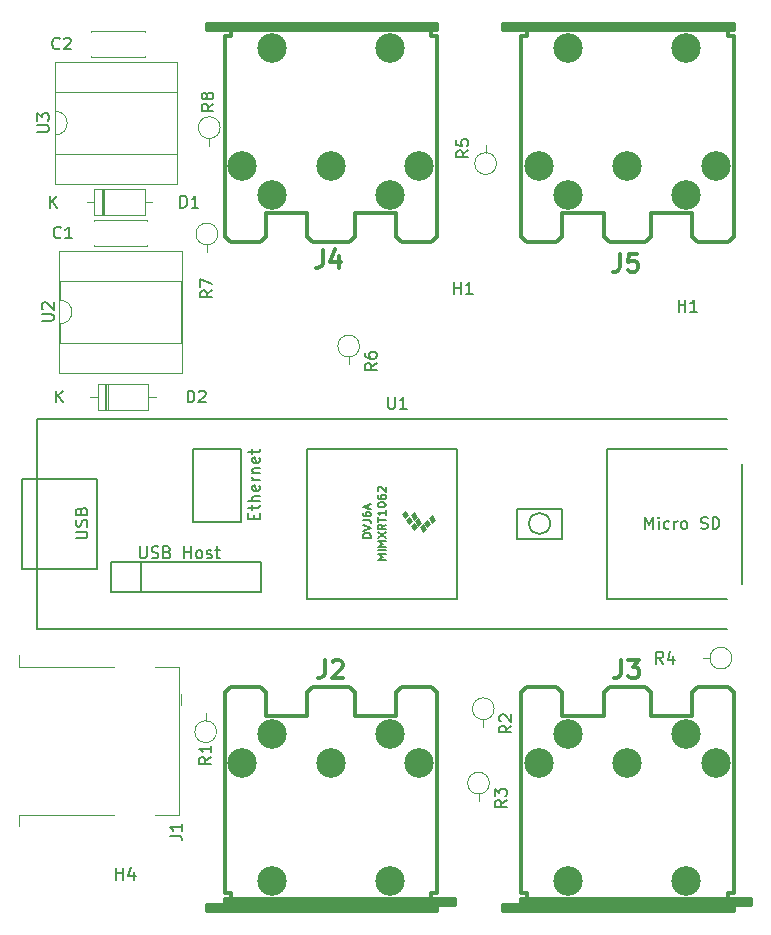
<source format=gbr>
%TF.GenerationSoftware,KiCad,Pcbnew,(6.0.10)*%
%TF.CreationDate,2023-04-08T10:37:49-05:00*%
%TF.ProjectId,AkaiFireSequener,416b6169-4669-4726-9553-657175656e65,rev?*%
%TF.SameCoordinates,Original*%
%TF.FileFunction,Legend,Top*%
%TF.FilePolarity,Positive*%
%FSLAX46Y46*%
G04 Gerber Fmt 4.6, Leading zero omitted, Abs format (unit mm)*
G04 Created by KiCad (PCBNEW (6.0.10)) date 2023-04-08 10:37:49*
%MOMM*%
%LPD*%
G01*
G04 APERTURE LIST*
%ADD10C,0.150000*%
%ADD11C,0.304800*%
%ADD12C,0.100000*%
%ADD13C,0.120000*%
%ADD14C,2.499360*%
G04 APERTURE END LIST*
D10*
%TO.C,U1*%
X117138095Y-108992380D02*
X117138095Y-109801904D01*
X117185714Y-109897142D01*
X117233333Y-109944761D01*
X117328571Y-109992380D01*
X117519047Y-109992380D01*
X117614285Y-109944761D01*
X117661904Y-109897142D01*
X117709523Y-109801904D01*
X117709523Y-108992380D01*
X118709523Y-109992380D02*
X118138095Y-109992380D01*
X118423809Y-109992380D02*
X118423809Y-108992380D01*
X118328571Y-109135238D01*
X118233333Y-109230476D01*
X118138095Y-109278095D01*
X115676666Y-120903333D02*
X114976666Y-120903333D01*
X114976666Y-120736666D01*
X115010000Y-120636666D01*
X115076666Y-120570000D01*
X115143333Y-120536666D01*
X115276666Y-120503333D01*
X115376666Y-120503333D01*
X115510000Y-120536666D01*
X115576666Y-120570000D01*
X115643333Y-120636666D01*
X115676666Y-120736666D01*
X115676666Y-120903333D01*
X114976666Y-120303333D02*
X115676666Y-120070000D01*
X114976666Y-119836666D01*
X114976666Y-119403333D02*
X115476666Y-119403333D01*
X115576666Y-119436666D01*
X115643333Y-119503333D01*
X115676666Y-119603333D01*
X115676666Y-119670000D01*
X114976666Y-118770000D02*
X114976666Y-118903333D01*
X115010000Y-118970000D01*
X115043333Y-119003333D01*
X115143333Y-119070000D01*
X115276666Y-119103333D01*
X115543333Y-119103333D01*
X115610000Y-119070000D01*
X115643333Y-119036666D01*
X115676666Y-118970000D01*
X115676666Y-118836666D01*
X115643333Y-118770000D01*
X115610000Y-118736666D01*
X115543333Y-118703333D01*
X115376666Y-118703333D01*
X115310000Y-118736666D01*
X115276666Y-118770000D01*
X115243333Y-118836666D01*
X115243333Y-118970000D01*
X115276666Y-119036666D01*
X115310000Y-119070000D01*
X115376666Y-119103333D01*
X115476666Y-118436666D02*
X115476666Y-118103333D01*
X115676666Y-118503333D02*
X114976666Y-118270000D01*
X115676666Y-118036666D01*
X116946666Y-122783333D02*
X116246666Y-122783333D01*
X116746666Y-122550000D01*
X116246666Y-122316666D01*
X116946666Y-122316666D01*
X116946666Y-121983333D02*
X116246666Y-121983333D01*
X116946666Y-121650000D02*
X116246666Y-121650000D01*
X116746666Y-121416666D01*
X116246666Y-121183333D01*
X116946666Y-121183333D01*
X116246666Y-120916666D02*
X116946666Y-120450000D01*
X116246666Y-120450000D02*
X116946666Y-120916666D01*
X116946666Y-119783333D02*
X116613333Y-120016666D01*
X116946666Y-120183333D02*
X116246666Y-120183333D01*
X116246666Y-119916666D01*
X116280000Y-119850000D01*
X116313333Y-119816666D01*
X116380000Y-119783333D01*
X116480000Y-119783333D01*
X116546666Y-119816666D01*
X116580000Y-119850000D01*
X116613333Y-119916666D01*
X116613333Y-120183333D01*
X116246666Y-119583333D02*
X116246666Y-119183333D01*
X116946666Y-119383333D02*
X116246666Y-119383333D01*
X116946666Y-118583333D02*
X116946666Y-118983333D01*
X116946666Y-118783333D02*
X116246666Y-118783333D01*
X116346666Y-118850000D01*
X116413333Y-118916666D01*
X116446666Y-118983333D01*
X116246666Y-118150000D02*
X116246666Y-118083333D01*
X116280000Y-118016666D01*
X116313333Y-117983333D01*
X116380000Y-117950000D01*
X116513333Y-117916666D01*
X116680000Y-117916666D01*
X116813333Y-117950000D01*
X116880000Y-117983333D01*
X116913333Y-118016666D01*
X116946666Y-118083333D01*
X116946666Y-118150000D01*
X116913333Y-118216666D01*
X116880000Y-118250000D01*
X116813333Y-118283333D01*
X116680000Y-118316666D01*
X116513333Y-118316666D01*
X116380000Y-118283333D01*
X116313333Y-118250000D01*
X116280000Y-118216666D01*
X116246666Y-118150000D01*
X116246666Y-117316666D02*
X116246666Y-117450000D01*
X116280000Y-117516666D01*
X116313333Y-117550000D01*
X116413333Y-117616666D01*
X116546666Y-117650000D01*
X116813333Y-117650000D01*
X116880000Y-117616666D01*
X116913333Y-117583333D01*
X116946666Y-117516666D01*
X116946666Y-117383333D01*
X116913333Y-117316666D01*
X116880000Y-117283333D01*
X116813333Y-117250000D01*
X116646666Y-117250000D01*
X116580000Y-117283333D01*
X116546666Y-117316666D01*
X116513333Y-117383333D01*
X116513333Y-117516666D01*
X116546666Y-117583333D01*
X116580000Y-117616666D01*
X116646666Y-117650000D01*
X116313333Y-116983333D02*
X116280000Y-116950000D01*
X116246666Y-116883333D01*
X116246666Y-116716666D01*
X116280000Y-116650000D01*
X116313333Y-116616666D01*
X116380000Y-116583333D01*
X116446666Y-116583333D01*
X116546666Y-116616666D01*
X116946666Y-117016666D01*
X116946666Y-116583333D01*
X138910952Y-120152380D02*
X138910952Y-119152380D01*
X139244285Y-119866666D01*
X139577619Y-119152380D01*
X139577619Y-120152380D01*
X140053809Y-120152380D02*
X140053809Y-119485714D01*
X140053809Y-119152380D02*
X140006190Y-119200000D01*
X140053809Y-119247619D01*
X140101428Y-119200000D01*
X140053809Y-119152380D01*
X140053809Y-119247619D01*
X140958571Y-120104761D02*
X140863333Y-120152380D01*
X140672857Y-120152380D01*
X140577619Y-120104761D01*
X140530000Y-120057142D01*
X140482380Y-119961904D01*
X140482380Y-119676190D01*
X140530000Y-119580952D01*
X140577619Y-119533333D01*
X140672857Y-119485714D01*
X140863333Y-119485714D01*
X140958571Y-119533333D01*
X141387142Y-120152380D02*
X141387142Y-119485714D01*
X141387142Y-119676190D02*
X141434761Y-119580952D01*
X141482380Y-119533333D01*
X141577619Y-119485714D01*
X141672857Y-119485714D01*
X142149047Y-120152380D02*
X142053809Y-120104761D01*
X142006190Y-120057142D01*
X141958571Y-119961904D01*
X141958571Y-119676190D01*
X142006190Y-119580952D01*
X142053809Y-119533333D01*
X142149047Y-119485714D01*
X142291904Y-119485714D01*
X142387142Y-119533333D01*
X142434761Y-119580952D01*
X142482380Y-119676190D01*
X142482380Y-119961904D01*
X142434761Y-120057142D01*
X142387142Y-120104761D01*
X142291904Y-120152380D01*
X142149047Y-120152380D01*
X143625238Y-120104761D02*
X143768095Y-120152380D01*
X144006190Y-120152380D01*
X144101428Y-120104761D01*
X144149047Y-120057142D01*
X144196666Y-119961904D01*
X144196666Y-119866666D01*
X144149047Y-119771428D01*
X144101428Y-119723809D01*
X144006190Y-119676190D01*
X143815714Y-119628571D01*
X143720476Y-119580952D01*
X143672857Y-119533333D01*
X143625238Y-119438095D01*
X143625238Y-119342857D01*
X143672857Y-119247619D01*
X143720476Y-119200000D01*
X143815714Y-119152380D01*
X144053809Y-119152380D01*
X144196666Y-119200000D01*
X144625238Y-120152380D02*
X144625238Y-119152380D01*
X144863333Y-119152380D01*
X145006190Y-119200000D01*
X145101428Y-119295238D01*
X145149047Y-119390476D01*
X145196666Y-119580952D01*
X145196666Y-119723809D01*
X145149047Y-119914285D01*
X145101428Y-120009523D01*
X145006190Y-120104761D01*
X144863333Y-120152380D01*
X144625238Y-120152380D01*
X90682380Y-120961904D02*
X91491904Y-120961904D01*
X91587142Y-120914285D01*
X91634761Y-120866666D01*
X91682380Y-120771428D01*
X91682380Y-120580952D01*
X91634761Y-120485714D01*
X91587142Y-120438095D01*
X91491904Y-120390476D01*
X90682380Y-120390476D01*
X91634761Y-119961904D02*
X91682380Y-119819047D01*
X91682380Y-119580952D01*
X91634761Y-119485714D01*
X91587142Y-119438095D01*
X91491904Y-119390476D01*
X91396666Y-119390476D01*
X91301428Y-119438095D01*
X91253809Y-119485714D01*
X91206190Y-119580952D01*
X91158571Y-119771428D01*
X91110952Y-119866666D01*
X91063333Y-119914285D01*
X90968095Y-119961904D01*
X90872857Y-119961904D01*
X90777619Y-119914285D01*
X90730000Y-119866666D01*
X90682380Y-119771428D01*
X90682380Y-119533333D01*
X90730000Y-119390476D01*
X91158571Y-118628571D02*
X91206190Y-118485714D01*
X91253809Y-118438095D01*
X91349047Y-118390476D01*
X91491904Y-118390476D01*
X91587142Y-118438095D01*
X91634761Y-118485714D01*
X91682380Y-118580952D01*
X91682380Y-118961904D01*
X90682380Y-118961904D01*
X90682380Y-118628571D01*
X90730000Y-118533333D01*
X90777619Y-118485714D01*
X90872857Y-118438095D01*
X90968095Y-118438095D01*
X91063333Y-118485714D01*
X91110952Y-118533333D01*
X91158571Y-118628571D01*
X91158571Y-118961904D01*
X105763571Y-119280542D02*
X105763571Y-118947209D01*
X106287380Y-118804352D02*
X106287380Y-119280542D01*
X105287380Y-119280542D01*
X105287380Y-118804352D01*
X105620714Y-118518638D02*
X105620714Y-118137685D01*
X105287380Y-118375780D02*
X106144523Y-118375780D01*
X106239761Y-118328161D01*
X106287380Y-118232923D01*
X106287380Y-118137685D01*
X106287380Y-117804352D02*
X105287380Y-117804352D01*
X106287380Y-117375780D02*
X105763571Y-117375780D01*
X105668333Y-117423400D01*
X105620714Y-117518638D01*
X105620714Y-117661495D01*
X105668333Y-117756733D01*
X105715952Y-117804352D01*
X106239761Y-116518638D02*
X106287380Y-116613876D01*
X106287380Y-116804352D01*
X106239761Y-116899590D01*
X106144523Y-116947209D01*
X105763571Y-116947209D01*
X105668333Y-116899590D01*
X105620714Y-116804352D01*
X105620714Y-116613876D01*
X105668333Y-116518638D01*
X105763571Y-116471019D01*
X105858809Y-116471019D01*
X105954047Y-116947209D01*
X106287380Y-116042447D02*
X105620714Y-116042447D01*
X105811190Y-116042447D02*
X105715952Y-115994828D01*
X105668333Y-115947209D01*
X105620714Y-115851971D01*
X105620714Y-115756733D01*
X105620714Y-115423400D02*
X106287380Y-115423400D01*
X105715952Y-115423400D02*
X105668333Y-115375780D01*
X105620714Y-115280542D01*
X105620714Y-115137685D01*
X105668333Y-115042447D01*
X105763571Y-114994828D01*
X106287380Y-114994828D01*
X106239761Y-114137685D02*
X106287380Y-114232923D01*
X106287380Y-114423400D01*
X106239761Y-114518638D01*
X106144523Y-114566257D01*
X105763571Y-114566257D01*
X105668333Y-114518638D01*
X105620714Y-114423400D01*
X105620714Y-114232923D01*
X105668333Y-114137685D01*
X105763571Y-114090066D01*
X105858809Y-114090066D01*
X105954047Y-114566257D01*
X105620714Y-113804352D02*
X105620714Y-113423400D01*
X105287380Y-113661495D02*
X106144523Y-113661495D01*
X106239761Y-113613876D01*
X106287380Y-113518638D01*
X106287380Y-113423400D01*
X96124676Y-121641580D02*
X96124676Y-122451104D01*
X96172295Y-122546342D01*
X96219914Y-122593961D01*
X96315152Y-122641580D01*
X96505628Y-122641580D01*
X96600866Y-122593961D01*
X96648485Y-122546342D01*
X96696104Y-122451104D01*
X96696104Y-121641580D01*
X97124676Y-122593961D02*
X97267533Y-122641580D01*
X97505628Y-122641580D01*
X97600866Y-122593961D01*
X97648485Y-122546342D01*
X97696104Y-122451104D01*
X97696104Y-122355866D01*
X97648485Y-122260628D01*
X97600866Y-122213009D01*
X97505628Y-122165390D01*
X97315152Y-122117771D01*
X97219914Y-122070152D01*
X97172295Y-122022533D01*
X97124676Y-121927295D01*
X97124676Y-121832057D01*
X97172295Y-121736819D01*
X97219914Y-121689200D01*
X97315152Y-121641580D01*
X97553247Y-121641580D01*
X97696104Y-121689200D01*
X98458009Y-122117771D02*
X98600866Y-122165390D01*
X98648485Y-122213009D01*
X98696104Y-122308247D01*
X98696104Y-122451104D01*
X98648485Y-122546342D01*
X98600866Y-122593961D01*
X98505628Y-122641580D01*
X98124676Y-122641580D01*
X98124676Y-121641580D01*
X98458009Y-121641580D01*
X98553247Y-121689200D01*
X98600866Y-121736819D01*
X98648485Y-121832057D01*
X98648485Y-121927295D01*
X98600866Y-122022533D01*
X98553247Y-122070152D01*
X98458009Y-122117771D01*
X98124676Y-122117771D01*
X99886580Y-122641580D02*
X99886580Y-121641580D01*
X99886580Y-122117771D02*
X100458009Y-122117771D01*
X100458009Y-122641580D02*
X100458009Y-121641580D01*
X101077057Y-122641580D02*
X100981819Y-122593961D01*
X100934200Y-122546342D01*
X100886580Y-122451104D01*
X100886580Y-122165390D01*
X100934200Y-122070152D01*
X100981819Y-122022533D01*
X101077057Y-121974914D01*
X101219914Y-121974914D01*
X101315152Y-122022533D01*
X101362771Y-122070152D01*
X101410390Y-122165390D01*
X101410390Y-122451104D01*
X101362771Y-122546342D01*
X101315152Y-122593961D01*
X101219914Y-122641580D01*
X101077057Y-122641580D01*
X101791342Y-122593961D02*
X101886580Y-122641580D01*
X102077057Y-122641580D01*
X102172295Y-122593961D01*
X102219914Y-122498723D01*
X102219914Y-122451104D01*
X102172295Y-122355866D01*
X102077057Y-122308247D01*
X101934200Y-122308247D01*
X101838961Y-122260628D01*
X101791342Y-122165390D01*
X101791342Y-122117771D01*
X101838961Y-122022533D01*
X101934200Y-121974914D01*
X102077057Y-121974914D01*
X102172295Y-122022533D01*
X102505628Y-121974914D02*
X102886580Y-121974914D01*
X102648485Y-121641580D02*
X102648485Y-122498723D01*
X102696104Y-122593961D01*
X102791342Y-122641580D01*
X102886580Y-122641580D01*
D11*
%TO.C,J5*%
X136792000Y-96865428D02*
X136792000Y-97954000D01*
X136719428Y-98171714D01*
X136574285Y-98316857D01*
X136356571Y-98389428D01*
X136211428Y-98389428D01*
X138243428Y-96865428D02*
X137517714Y-96865428D01*
X137445142Y-97591142D01*
X137517714Y-97518571D01*
X137662857Y-97446000D01*
X138025714Y-97446000D01*
X138170857Y-97518571D01*
X138243428Y-97591142D01*
X138316000Y-97736285D01*
X138316000Y-98099142D01*
X138243428Y-98244285D01*
X138170857Y-98316857D01*
X138025714Y-98389428D01*
X137662857Y-98389428D01*
X137517714Y-98316857D01*
X137445142Y-98244285D01*
%TO.C,J4*%
X111592000Y-96565428D02*
X111592000Y-97654000D01*
X111519428Y-97871714D01*
X111374285Y-98016857D01*
X111156571Y-98089428D01*
X111011428Y-98089428D01*
X112970857Y-97073428D02*
X112970857Y-98089428D01*
X112608000Y-96492857D02*
X112245142Y-97581428D01*
X113188571Y-97581428D01*
D10*
%TO.C,J1*%
X98652380Y-146133333D02*
X99366666Y-146133333D01*
X99509523Y-146180952D01*
X99604761Y-146276190D01*
X99652380Y-146419047D01*
X99652380Y-146514285D01*
X99652380Y-145133333D02*
X99652380Y-145704761D01*
X99652380Y-145419047D02*
X98652380Y-145419047D01*
X98795238Y-145514285D01*
X98890476Y-145609523D01*
X98938095Y-145704761D01*
%TO.C,H1*%
X122738095Y-100252380D02*
X122738095Y-99252380D01*
X122738095Y-99728571D02*
X123309523Y-99728571D01*
X123309523Y-100252380D02*
X123309523Y-99252380D01*
X124309523Y-100252380D02*
X123738095Y-100252380D01*
X124023809Y-100252380D02*
X124023809Y-99252380D01*
X123928571Y-99395238D01*
X123833333Y-99490476D01*
X123738095Y-99538095D01*
%TO.C,H4*%
X94138095Y-149852380D02*
X94138095Y-148852380D01*
X94138095Y-149328571D02*
X94709523Y-149328571D01*
X94709523Y-149852380D02*
X94709523Y-148852380D01*
X95614285Y-149185714D02*
X95614285Y-149852380D01*
X95376190Y-148804761D02*
X95138095Y-149519047D01*
X95757142Y-149519047D01*
%TO.C,H1*%
X141738095Y-101752380D02*
X141738095Y-100752380D01*
X141738095Y-101228571D02*
X142309523Y-101228571D01*
X142309523Y-101752380D02*
X142309523Y-100752380D01*
X143309523Y-101752380D02*
X142738095Y-101752380D01*
X143023809Y-101752380D02*
X143023809Y-100752380D01*
X142928571Y-100895238D01*
X142833333Y-100990476D01*
X142738095Y-101038095D01*
%TO.C,C2*%
X89333333Y-79457142D02*
X89285714Y-79504761D01*
X89142857Y-79552380D01*
X89047619Y-79552380D01*
X88904761Y-79504761D01*
X88809523Y-79409523D01*
X88761904Y-79314285D01*
X88714285Y-79123809D01*
X88714285Y-78980952D01*
X88761904Y-78790476D01*
X88809523Y-78695238D01*
X88904761Y-78600000D01*
X89047619Y-78552380D01*
X89142857Y-78552380D01*
X89285714Y-78600000D01*
X89333333Y-78647619D01*
X89714285Y-78647619D02*
X89761904Y-78600000D01*
X89857142Y-78552380D01*
X90095238Y-78552380D01*
X90190476Y-78600000D01*
X90238095Y-78647619D01*
X90285714Y-78742857D01*
X90285714Y-78838095D01*
X90238095Y-78980952D01*
X89666666Y-79552380D01*
X90285714Y-79552380D01*
%TO.C,C1*%
X89433333Y-95457142D02*
X89385714Y-95504761D01*
X89242857Y-95552380D01*
X89147619Y-95552380D01*
X89004761Y-95504761D01*
X88909523Y-95409523D01*
X88861904Y-95314285D01*
X88814285Y-95123809D01*
X88814285Y-94980952D01*
X88861904Y-94790476D01*
X88909523Y-94695238D01*
X89004761Y-94600000D01*
X89147619Y-94552380D01*
X89242857Y-94552380D01*
X89385714Y-94600000D01*
X89433333Y-94647619D01*
X90385714Y-95552380D02*
X89814285Y-95552380D01*
X90100000Y-95552380D02*
X90100000Y-94552380D01*
X90004761Y-94695238D01*
X89909523Y-94790476D01*
X89814285Y-94838095D01*
%TO.C,U3*%
X87422380Y-86551904D02*
X88231904Y-86551904D01*
X88327142Y-86504285D01*
X88374761Y-86456666D01*
X88422380Y-86361428D01*
X88422380Y-86170952D01*
X88374761Y-86075714D01*
X88327142Y-86028095D01*
X88231904Y-85980476D01*
X87422380Y-85980476D01*
X87422380Y-85599523D02*
X87422380Y-84980476D01*
X87803333Y-85313809D01*
X87803333Y-85170952D01*
X87850952Y-85075714D01*
X87898571Y-85028095D01*
X87993809Y-84980476D01*
X88231904Y-84980476D01*
X88327142Y-85028095D01*
X88374761Y-85075714D01*
X88422380Y-85170952D01*
X88422380Y-85456666D01*
X88374761Y-85551904D01*
X88327142Y-85599523D01*
%TO.C,U2*%
X87822380Y-102551904D02*
X88631904Y-102551904D01*
X88727142Y-102504285D01*
X88774761Y-102456666D01*
X88822380Y-102361428D01*
X88822380Y-102170952D01*
X88774761Y-102075714D01*
X88727142Y-102028095D01*
X88631904Y-101980476D01*
X87822380Y-101980476D01*
X87917619Y-101551904D02*
X87870000Y-101504285D01*
X87822380Y-101409047D01*
X87822380Y-101170952D01*
X87870000Y-101075714D01*
X87917619Y-101028095D01*
X88012857Y-100980476D01*
X88108095Y-100980476D01*
X88250952Y-101028095D01*
X88822380Y-101599523D01*
X88822380Y-100980476D01*
%TO.C,R8*%
X102352380Y-84166666D02*
X101876190Y-84500000D01*
X102352380Y-84738095D02*
X101352380Y-84738095D01*
X101352380Y-84357142D01*
X101400000Y-84261904D01*
X101447619Y-84214285D01*
X101542857Y-84166666D01*
X101685714Y-84166666D01*
X101780952Y-84214285D01*
X101828571Y-84261904D01*
X101876190Y-84357142D01*
X101876190Y-84738095D01*
X101780952Y-83595238D02*
X101733333Y-83690476D01*
X101685714Y-83738095D01*
X101590476Y-83785714D01*
X101542857Y-83785714D01*
X101447619Y-83738095D01*
X101400000Y-83690476D01*
X101352380Y-83595238D01*
X101352380Y-83404761D01*
X101400000Y-83309523D01*
X101447619Y-83261904D01*
X101542857Y-83214285D01*
X101590476Y-83214285D01*
X101685714Y-83261904D01*
X101733333Y-83309523D01*
X101780952Y-83404761D01*
X101780952Y-83595238D01*
X101828571Y-83690476D01*
X101876190Y-83738095D01*
X101971428Y-83785714D01*
X102161904Y-83785714D01*
X102257142Y-83738095D01*
X102304761Y-83690476D01*
X102352380Y-83595238D01*
X102352380Y-83404761D01*
X102304761Y-83309523D01*
X102257142Y-83261904D01*
X102161904Y-83214285D01*
X101971428Y-83214285D01*
X101876190Y-83261904D01*
X101828571Y-83309523D01*
X101780952Y-83404761D01*
%TO.C,R7*%
X102252380Y-99966666D02*
X101776190Y-100300000D01*
X102252380Y-100538095D02*
X101252380Y-100538095D01*
X101252380Y-100157142D01*
X101300000Y-100061904D01*
X101347619Y-100014285D01*
X101442857Y-99966666D01*
X101585714Y-99966666D01*
X101680952Y-100014285D01*
X101728571Y-100061904D01*
X101776190Y-100157142D01*
X101776190Y-100538095D01*
X101252380Y-99633333D02*
X101252380Y-98966666D01*
X102252380Y-99395238D01*
%TO.C,R6*%
X116172380Y-106116666D02*
X115696190Y-106450000D01*
X116172380Y-106688095D02*
X115172380Y-106688095D01*
X115172380Y-106307142D01*
X115220000Y-106211904D01*
X115267619Y-106164285D01*
X115362857Y-106116666D01*
X115505714Y-106116666D01*
X115600952Y-106164285D01*
X115648571Y-106211904D01*
X115696190Y-106307142D01*
X115696190Y-106688095D01*
X115172380Y-105259523D02*
X115172380Y-105450000D01*
X115220000Y-105545238D01*
X115267619Y-105592857D01*
X115410476Y-105688095D01*
X115600952Y-105735714D01*
X115981904Y-105735714D01*
X116077142Y-105688095D01*
X116124761Y-105640476D01*
X116172380Y-105545238D01*
X116172380Y-105354761D01*
X116124761Y-105259523D01*
X116077142Y-105211904D01*
X115981904Y-105164285D01*
X115743809Y-105164285D01*
X115648571Y-105211904D01*
X115600952Y-105259523D01*
X115553333Y-105354761D01*
X115553333Y-105545238D01*
X115600952Y-105640476D01*
X115648571Y-105688095D01*
X115743809Y-105735714D01*
%TO.C,R5*%
X123932380Y-88116666D02*
X123456190Y-88450000D01*
X123932380Y-88688095D02*
X122932380Y-88688095D01*
X122932380Y-88307142D01*
X122980000Y-88211904D01*
X123027619Y-88164285D01*
X123122857Y-88116666D01*
X123265714Y-88116666D01*
X123360952Y-88164285D01*
X123408571Y-88211904D01*
X123456190Y-88307142D01*
X123456190Y-88688095D01*
X122932380Y-87211904D02*
X122932380Y-87688095D01*
X123408571Y-87735714D01*
X123360952Y-87688095D01*
X123313333Y-87592857D01*
X123313333Y-87354761D01*
X123360952Y-87259523D01*
X123408571Y-87211904D01*
X123503809Y-87164285D01*
X123741904Y-87164285D01*
X123837142Y-87211904D01*
X123884761Y-87259523D01*
X123932380Y-87354761D01*
X123932380Y-87592857D01*
X123884761Y-87688095D01*
X123837142Y-87735714D01*
%TO.C,D2*%
X100161904Y-109452380D02*
X100161904Y-108452380D01*
X100400000Y-108452380D01*
X100542857Y-108500000D01*
X100638095Y-108595238D01*
X100685714Y-108690476D01*
X100733333Y-108880952D01*
X100733333Y-109023809D01*
X100685714Y-109214285D01*
X100638095Y-109309523D01*
X100542857Y-109404761D01*
X100400000Y-109452380D01*
X100161904Y-109452380D01*
X101114285Y-108547619D02*
X101161904Y-108500000D01*
X101257142Y-108452380D01*
X101495238Y-108452380D01*
X101590476Y-108500000D01*
X101638095Y-108547619D01*
X101685714Y-108642857D01*
X101685714Y-108738095D01*
X101638095Y-108880952D01*
X101066666Y-109452380D01*
X101685714Y-109452380D01*
X89038095Y-109452380D02*
X89038095Y-108452380D01*
X89609523Y-109452380D02*
X89180952Y-108880952D01*
X89609523Y-108452380D02*
X89038095Y-109023809D01*
%TO.C,D1*%
X99561904Y-92952380D02*
X99561904Y-91952380D01*
X99800000Y-91952380D01*
X99942857Y-92000000D01*
X100038095Y-92095238D01*
X100085714Y-92190476D01*
X100133333Y-92380952D01*
X100133333Y-92523809D01*
X100085714Y-92714285D01*
X100038095Y-92809523D01*
X99942857Y-92904761D01*
X99800000Y-92952380D01*
X99561904Y-92952380D01*
X101085714Y-92952380D02*
X100514285Y-92952380D01*
X100800000Y-92952380D02*
X100800000Y-91952380D01*
X100704761Y-92095238D01*
X100609523Y-92190476D01*
X100514285Y-92238095D01*
X88538095Y-92952380D02*
X88538095Y-91952380D01*
X89109523Y-92952380D02*
X88680952Y-92380952D01*
X89109523Y-91952380D02*
X88538095Y-92523809D01*
%TO.C,R4*%
X140433333Y-131552380D02*
X140100000Y-131076190D01*
X139861904Y-131552380D02*
X139861904Y-130552380D01*
X140242857Y-130552380D01*
X140338095Y-130600000D01*
X140385714Y-130647619D01*
X140433333Y-130742857D01*
X140433333Y-130885714D01*
X140385714Y-130980952D01*
X140338095Y-131028571D01*
X140242857Y-131076190D01*
X139861904Y-131076190D01*
X141290476Y-130885714D02*
X141290476Y-131552380D01*
X141052380Y-130504761D02*
X140814285Y-131219047D01*
X141433333Y-131219047D01*
%TO.C,R3*%
X127172380Y-143116666D02*
X126696190Y-143450000D01*
X127172380Y-143688095D02*
X126172380Y-143688095D01*
X126172380Y-143307142D01*
X126220000Y-143211904D01*
X126267619Y-143164285D01*
X126362857Y-143116666D01*
X126505714Y-143116666D01*
X126600952Y-143164285D01*
X126648571Y-143211904D01*
X126696190Y-143307142D01*
X126696190Y-143688095D01*
X126172380Y-142783333D02*
X126172380Y-142164285D01*
X126553333Y-142497619D01*
X126553333Y-142354761D01*
X126600952Y-142259523D01*
X126648571Y-142211904D01*
X126743809Y-142164285D01*
X126981904Y-142164285D01*
X127077142Y-142211904D01*
X127124761Y-142259523D01*
X127172380Y-142354761D01*
X127172380Y-142640476D01*
X127124761Y-142735714D01*
X127077142Y-142783333D01*
%TO.C,R2*%
X127572380Y-136816666D02*
X127096190Y-137150000D01*
X127572380Y-137388095D02*
X126572380Y-137388095D01*
X126572380Y-137007142D01*
X126620000Y-136911904D01*
X126667619Y-136864285D01*
X126762857Y-136816666D01*
X126905714Y-136816666D01*
X127000952Y-136864285D01*
X127048571Y-136911904D01*
X127096190Y-137007142D01*
X127096190Y-137388095D01*
X126667619Y-136435714D02*
X126620000Y-136388095D01*
X126572380Y-136292857D01*
X126572380Y-136054761D01*
X126620000Y-135959523D01*
X126667619Y-135911904D01*
X126762857Y-135864285D01*
X126858095Y-135864285D01*
X127000952Y-135911904D01*
X127572380Y-136483333D01*
X127572380Y-135864285D01*
%TO.C,R1*%
X102152380Y-139466666D02*
X101676190Y-139800000D01*
X102152380Y-140038095D02*
X101152380Y-140038095D01*
X101152380Y-139657142D01*
X101200000Y-139561904D01*
X101247619Y-139514285D01*
X101342857Y-139466666D01*
X101485714Y-139466666D01*
X101580952Y-139514285D01*
X101628571Y-139561904D01*
X101676190Y-139657142D01*
X101676190Y-140038095D01*
X102152380Y-138514285D02*
X102152380Y-139085714D01*
X102152380Y-138800000D02*
X101152380Y-138800000D01*
X101295238Y-138895238D01*
X101390476Y-138990476D01*
X101438095Y-139085714D01*
D11*
%TO.C,J3*%
X136892000Y-131265428D02*
X136892000Y-132354000D01*
X136819428Y-132571714D01*
X136674285Y-132716857D01*
X136456571Y-132789428D01*
X136311428Y-132789428D01*
X137472571Y-131265428D02*
X138416000Y-131265428D01*
X137908000Y-131846000D01*
X138125714Y-131846000D01*
X138270857Y-131918571D01*
X138343428Y-131991142D01*
X138416000Y-132136285D01*
X138416000Y-132499142D01*
X138343428Y-132644285D01*
X138270857Y-132716857D01*
X138125714Y-132789428D01*
X137690285Y-132789428D01*
X137545142Y-132716857D01*
X137472571Y-132644285D01*
%TO.C,J2*%
X111792000Y-131265428D02*
X111792000Y-132354000D01*
X111719428Y-132571714D01*
X111574285Y-132716857D01*
X111356571Y-132789428D01*
X111211428Y-132789428D01*
X112445142Y-131410571D02*
X112517714Y-131338000D01*
X112662857Y-131265428D01*
X113025714Y-131265428D01*
X113170857Y-131338000D01*
X113243428Y-131410571D01*
X113316000Y-131555714D01*
X113316000Y-131700857D01*
X113243428Y-131918571D01*
X112372571Y-132789428D01*
X113316000Y-132789428D01*
D10*
%TO.C,U1*%
X130863026Y-119700000D02*
G75*
G03*
X130863026Y-119700000I-898026J0D01*
G01*
X110280000Y-113350000D02*
X110280000Y-126050000D01*
X122980000Y-113350000D02*
X110280000Y-113350000D01*
X122980000Y-126050000D02*
X122980000Y-113350000D01*
X110280000Y-126050000D02*
X122980000Y-126050000D01*
X100650000Y-113348400D02*
X100650000Y-113598400D01*
X104650000Y-113348400D02*
X100650000Y-113348400D01*
X104650000Y-119598400D02*
X104650000Y-113348400D01*
X100650000Y-119598400D02*
X104650000Y-119598400D01*
X100650000Y-113598400D02*
X100650000Y-119598400D01*
X96259200Y-122999200D02*
X96259200Y-125539200D01*
X93719200Y-122999200D02*
X96259200Y-122999200D01*
X93719200Y-125539200D02*
X93719200Y-122999200D01*
X106419200Y-125539200D02*
X93719200Y-125539200D01*
X106419200Y-122999200D02*
X106419200Y-125539200D01*
X93719200Y-122999200D02*
X106419200Y-122999200D01*
X128060000Y-118430000D02*
X131870000Y-118430000D01*
X128060000Y-120970000D02*
X128060000Y-118430000D01*
X131870000Y-120970000D02*
X128060000Y-120970000D01*
X131870000Y-118430000D02*
X131870000Y-120970000D01*
X147110000Y-114620000D02*
X147110000Y-124780000D01*
X135680000Y-126050000D02*
X145840000Y-126050000D01*
X135680000Y-113350000D02*
X135680000Y-126050000D01*
X145840000Y-113350000D02*
X135680000Y-113350000D01*
X87420000Y-123510000D02*
X86150000Y-123510000D01*
X86150000Y-123510000D02*
X86150000Y-115890000D01*
X86150000Y-115890000D02*
X87420000Y-115890000D01*
X92500000Y-123510000D02*
X92500000Y-115890000D01*
X92500000Y-115890000D02*
X87420000Y-115890000D01*
X92500000Y-123510000D02*
X87420000Y-123510000D01*
X87420000Y-110810000D02*
X145840000Y-110810000D01*
X145840000Y-128590000D02*
X87420000Y-128590000D01*
X87420000Y-128590000D02*
X87420000Y-110810000D01*
G36*
X120335000Y-120155000D02*
G01*
X120081000Y-120409000D01*
X119827000Y-120028000D01*
X120081000Y-119774000D01*
X120335000Y-120155000D01*
G37*
D12*
X120335000Y-120155000D02*
X120081000Y-120409000D01*
X119827000Y-120028000D01*
X120081000Y-119774000D01*
X120335000Y-120155000D01*
G36*
X119954000Y-119647000D02*
G01*
X119700000Y-119901000D01*
X119446000Y-119520000D01*
X119700000Y-119266000D01*
X119954000Y-119647000D01*
G37*
X119954000Y-119647000D02*
X119700000Y-119901000D01*
X119446000Y-119520000D01*
X119700000Y-119266000D01*
X119954000Y-119647000D01*
G36*
X119573000Y-119139000D02*
G01*
X119319000Y-119393000D01*
X119065000Y-119012000D01*
X119319000Y-118758000D01*
X119573000Y-119139000D01*
G37*
X119573000Y-119139000D02*
X119319000Y-119393000D01*
X119065000Y-119012000D01*
X119319000Y-118758000D01*
X119573000Y-119139000D01*
G36*
X119573000Y-120028000D02*
G01*
X119319000Y-120282000D01*
X119065000Y-119901000D01*
X119319000Y-119647000D01*
X119573000Y-120028000D01*
G37*
X119573000Y-120028000D02*
X119319000Y-120282000D01*
X119065000Y-119901000D01*
X119319000Y-119647000D01*
X119573000Y-120028000D01*
G36*
X119192000Y-119520000D02*
G01*
X118938000Y-119774000D01*
X118684000Y-119393000D01*
X118938000Y-119139000D01*
X119192000Y-119520000D01*
G37*
X119192000Y-119520000D02*
X118938000Y-119774000D01*
X118684000Y-119393000D01*
X118938000Y-119139000D01*
X119192000Y-119520000D01*
G36*
X118811000Y-119012000D02*
G01*
X118557000Y-119266000D01*
X118303000Y-118885000D01*
X118557000Y-118631000D01*
X118811000Y-119012000D01*
G37*
X118811000Y-119012000D02*
X118557000Y-119266000D01*
X118303000Y-118885000D01*
X118557000Y-118631000D01*
X118811000Y-119012000D01*
G36*
X120716000Y-119774000D02*
G01*
X120462000Y-120028000D01*
X120208000Y-119647000D01*
X120462000Y-119393000D01*
X120716000Y-119774000D01*
G37*
X120716000Y-119774000D02*
X120462000Y-120028000D01*
X120208000Y-119647000D01*
X120462000Y-119393000D01*
X120716000Y-119774000D01*
G36*
X121097000Y-119393000D02*
G01*
X120843000Y-119647000D01*
X120589000Y-119266000D01*
X120843000Y-119012000D01*
X121097000Y-119393000D01*
G37*
X121097000Y-119393000D02*
X120843000Y-119647000D01*
X120589000Y-119266000D01*
X120843000Y-119012000D01*
X121097000Y-119393000D01*
D11*
%TO.C,J5*%
X146399220Y-77649700D02*
X126899640Y-77649700D01*
X128400780Y-77400780D02*
X146399220Y-77400780D01*
X146399220Y-95399220D02*
X146399220Y-78399000D01*
X146399220Y-95399220D02*
X145898840Y-95899600D01*
X145898840Y-95899600D02*
X143399480Y-95899600D01*
X143399480Y-95899600D02*
X142899100Y-95399220D01*
X142899100Y-95399220D02*
X142899100Y-93400240D01*
X142899100Y-93400240D02*
X139398980Y-93400240D01*
X128400780Y-95399220D02*
X128400780Y-78399000D01*
X128400780Y-95399220D02*
X128901160Y-95899600D01*
X128901160Y-95899600D02*
X130900140Y-95899600D01*
X130900140Y-95899600D02*
X131400520Y-95899600D01*
X131400520Y-95899600D02*
X131900900Y-95399220D01*
X131900900Y-95399220D02*
X131900900Y-93400240D01*
X131900900Y-93400240D02*
X135401020Y-93400240D01*
X138901140Y-95899600D02*
X139398980Y-95399220D01*
X139398980Y-95399220D02*
X139398980Y-93400240D01*
X138901140Y-95899600D02*
X135898860Y-95899600D01*
X135898860Y-95899600D02*
X135401020Y-95399220D01*
X135401020Y-95399220D02*
X135401020Y-93400240D01*
X126899640Y-77400780D02*
X128400780Y-77400780D01*
X146399220Y-77400780D02*
X146399220Y-77901160D01*
X146399220Y-77901160D02*
X126899640Y-77901160D01*
X128400780Y-78399000D02*
X128901160Y-78399000D01*
X146399220Y-78399000D02*
X145898840Y-78399000D01*
X128901160Y-77901160D02*
X128901160Y-78399000D01*
X145898840Y-78399000D02*
X145898840Y-77901160D01*
X126899640Y-77901160D02*
X126899640Y-77400780D01*
%TO.C,J4*%
X121299220Y-77649700D02*
X101799640Y-77649700D01*
X103300780Y-77400780D02*
X121299220Y-77400780D01*
X121299220Y-95399220D02*
X121299220Y-78399000D01*
X121299220Y-95399220D02*
X120798840Y-95899600D01*
X120798840Y-95899600D02*
X118299480Y-95899600D01*
X118299480Y-95899600D02*
X117799100Y-95399220D01*
X117799100Y-95399220D02*
X117799100Y-93400240D01*
X117799100Y-93400240D02*
X114298980Y-93400240D01*
X103300780Y-95399220D02*
X103300780Y-78399000D01*
X103300780Y-95399220D02*
X103801160Y-95899600D01*
X103801160Y-95899600D02*
X105800140Y-95899600D01*
X105800140Y-95899600D02*
X106300520Y-95899600D01*
X106300520Y-95899600D02*
X106800900Y-95399220D01*
X106800900Y-95399220D02*
X106800900Y-93400240D01*
X106800900Y-93400240D02*
X110301020Y-93400240D01*
X113801140Y-95899600D02*
X114298980Y-95399220D01*
X114298980Y-95399220D02*
X114298980Y-93400240D01*
X113801140Y-95899600D02*
X110798860Y-95899600D01*
X110798860Y-95899600D02*
X110301020Y-95399220D01*
X110301020Y-95399220D02*
X110301020Y-93400240D01*
X101799640Y-77400780D02*
X103300780Y-77400780D01*
X121299220Y-77400780D02*
X121299220Y-77901160D01*
X121299220Y-77901160D02*
X101799640Y-77901160D01*
X103300780Y-78399000D02*
X103801160Y-78399000D01*
X121299220Y-78399000D02*
X120798840Y-78399000D01*
X103801160Y-77901160D02*
X103801160Y-78399000D01*
X120798840Y-78399000D02*
X120798840Y-77901160D01*
X101799640Y-77901160D02*
X101799640Y-77400780D01*
D13*
%TO.C,J1*%
X85900000Y-145350000D02*
X85900000Y-144350000D01*
X93900000Y-131850000D02*
X85900000Y-131850000D01*
X85900000Y-131850000D02*
X85900000Y-130850000D01*
X99400000Y-131850000D02*
X97400000Y-131850000D01*
X99400000Y-144350000D02*
X99400000Y-131850000D01*
X99650000Y-134100000D02*
X99650000Y-135100000D01*
X85900000Y-144350000D02*
X93900000Y-144350000D01*
X97400000Y-144350000D02*
X99400000Y-144350000D01*
%TO.C,C2*%
X92030000Y-80155000D02*
X92030000Y-80170000D01*
X96570000Y-78030000D02*
X96570000Y-78045000D01*
X92030000Y-78030000D02*
X92030000Y-78045000D01*
X96570000Y-80155000D02*
X96570000Y-80170000D01*
X92030000Y-78030000D02*
X96570000Y-78030000D01*
X92030000Y-80170000D02*
X96570000Y-80170000D01*
%TO.C,C1*%
X92230000Y-96155000D02*
X92230000Y-96170000D01*
X96770000Y-94030000D02*
X96770000Y-94045000D01*
X92230000Y-94030000D02*
X92230000Y-94045000D01*
X96770000Y-96155000D02*
X96770000Y-96170000D01*
X92230000Y-94030000D02*
X96770000Y-94030000D01*
X92230000Y-96170000D02*
X96770000Y-96170000D01*
%TO.C,U3*%
X88970000Y-86790000D02*
G75*
G03*
X88970000Y-84790000I0J1000000D01*
G01*
X99310000Y-80650000D02*
X88910000Y-80650000D01*
X99250000Y-88440000D02*
X99250000Y-83140000D01*
X99310000Y-90930000D02*
X99310000Y-80650000D01*
X88970000Y-88440000D02*
X99250000Y-88440000D01*
X88910000Y-90930000D02*
X99310000Y-90930000D01*
X88970000Y-86790000D02*
X88970000Y-88440000D01*
X88970000Y-83140000D02*
X88970000Y-84790000D01*
X99250000Y-83140000D02*
X88970000Y-83140000D01*
X88910000Y-80650000D02*
X88910000Y-90930000D01*
%TO.C,U2*%
X89310000Y-96650000D02*
X89310000Y-106930000D01*
X99650000Y-99140000D02*
X89370000Y-99140000D01*
X89370000Y-99140000D02*
X89370000Y-100790000D01*
X89370000Y-102790000D02*
X89370000Y-104440000D01*
X89310000Y-106930000D02*
X99710000Y-106930000D01*
X89370000Y-104440000D02*
X99650000Y-104440000D01*
X99710000Y-106930000D02*
X99710000Y-96650000D01*
X99650000Y-104440000D02*
X99650000Y-99140000D01*
X99710000Y-96650000D02*
X89310000Y-96650000D01*
X89370000Y-102790000D02*
G75*
G03*
X89370000Y-100790000I0J1000000D01*
G01*
%TO.C,R8*%
X102000000Y-87100000D02*
X102000000Y-87720000D01*
X102920000Y-86180000D02*
G75*
G03*
X102920000Y-86180000I-920000J0D01*
G01*
%TO.C,R7*%
X101800000Y-96100000D02*
X101800000Y-96720000D01*
X102720000Y-95180000D02*
G75*
G03*
X102720000Y-95180000I-920000J0D01*
G01*
%TO.C,R6*%
X113800000Y-105600000D02*
X113800000Y-106220000D01*
X114720000Y-104680000D02*
G75*
G03*
X114720000Y-104680000I-920000J0D01*
G01*
%TO.C,R5*%
X125400000Y-88300000D02*
X125400000Y-87680000D01*
X126320000Y-89220000D02*
G75*
G03*
X126320000Y-89220000I-920000J0D01*
G01*
%TO.C,D2*%
X96820000Y-107880000D02*
X92580000Y-107880000D01*
X93300000Y-107880000D02*
X93300000Y-110120000D01*
X93180000Y-107880000D02*
X93180000Y-110120000D01*
X96820000Y-110120000D02*
X96820000Y-107880000D01*
X93420000Y-107880000D02*
X93420000Y-110120000D01*
X91930000Y-109000000D02*
X92580000Y-109000000D01*
X92580000Y-107880000D02*
X92580000Y-110120000D01*
X92580000Y-110120000D02*
X96820000Y-110120000D01*
X97470000Y-109000000D02*
X96820000Y-109000000D01*
%TO.C,D1*%
X96520000Y-91380000D02*
X92280000Y-91380000D01*
X93000000Y-91380000D02*
X93000000Y-93620000D01*
X92880000Y-91380000D02*
X92880000Y-93620000D01*
X96520000Y-93620000D02*
X96520000Y-91380000D01*
X93120000Y-91380000D02*
X93120000Y-93620000D01*
X91630000Y-92500000D02*
X92280000Y-92500000D01*
X92280000Y-91380000D02*
X92280000Y-93620000D01*
X92280000Y-93620000D02*
X96520000Y-93620000D01*
X97170000Y-92500000D02*
X96520000Y-92500000D01*
%TO.C,R4*%
X144400000Y-131100000D02*
X143780000Y-131100000D01*
X146240000Y-131100000D02*
G75*
G03*
X146240000Y-131100000I-920000J0D01*
G01*
%TO.C,R3*%
X124800000Y-142600000D02*
X124800000Y-143220000D01*
X125720000Y-141680000D02*
G75*
G03*
X125720000Y-141680000I-920000J0D01*
G01*
%TO.C,R2*%
X125200000Y-136300000D02*
X125200000Y-136920000D01*
X126120000Y-135380000D02*
G75*
G03*
X126120000Y-135380000I-920000J0D01*
G01*
%TO.C,R1*%
X102620000Y-137320000D02*
G75*
G03*
X102620000Y-137320000I-920000J0D01*
G01*
X101700000Y-136400000D02*
X101700000Y-135780000D01*
D11*
%TO.C,J3*%
X128400780Y-151750300D02*
X147900360Y-151750300D01*
X146399220Y-151999220D02*
X128400780Y-151999220D01*
X126899640Y-152250680D02*
X146399220Y-152250680D01*
X128400780Y-134000780D02*
X128400780Y-151001000D01*
X128400780Y-134000780D02*
X128901160Y-133500400D01*
X128901160Y-133500400D02*
X131400520Y-133500400D01*
X131400520Y-133500400D02*
X131900900Y-134000780D01*
X131900900Y-134000780D02*
X131900900Y-135999760D01*
X131900900Y-135999760D02*
X135401020Y-135999760D01*
X146399220Y-134000780D02*
X146399220Y-151001000D01*
X146399220Y-134000780D02*
X145898840Y-133500400D01*
X145898840Y-133500400D02*
X143899860Y-133500400D01*
X143899860Y-133500400D02*
X143399480Y-133500400D01*
X143399480Y-133500400D02*
X142899100Y-134000780D01*
X142899100Y-134000780D02*
X142899100Y-135999760D01*
X142899100Y-135999760D02*
X139398980Y-135999760D01*
X135898860Y-133500400D02*
X135401020Y-134000780D01*
X135401020Y-134000780D02*
X135401020Y-135999760D01*
X135898860Y-133500400D02*
X138901140Y-133500400D01*
X138901140Y-133500400D02*
X139398980Y-134000780D01*
X139398980Y-134000780D02*
X139398980Y-135999760D01*
X147900360Y-151999220D02*
X146399220Y-151999220D01*
X146399220Y-151999220D02*
X146399220Y-152499600D01*
X146399220Y-152499600D02*
X126899640Y-152499600D01*
X126899640Y-151999220D02*
X128400780Y-151999220D01*
X128400780Y-151999220D02*
X128400780Y-151498840D01*
X128400780Y-151498840D02*
X147900360Y-151498840D01*
X146399220Y-151001000D02*
X145898840Y-151001000D01*
X128400780Y-151001000D02*
X128901160Y-151001000D01*
X145898840Y-151498840D02*
X145898840Y-151001000D01*
X128901160Y-151001000D02*
X128901160Y-151498840D01*
X126899640Y-152499600D02*
X126899640Y-151999220D01*
X147900360Y-151498840D02*
X147900360Y-151999220D01*
%TO.C,J2*%
X122800360Y-151498840D02*
X122800360Y-151999220D01*
X101799640Y-152499600D02*
X101799640Y-151999220D01*
X103801160Y-151001000D02*
X103801160Y-151498840D01*
X120798840Y-151498840D02*
X120798840Y-151001000D01*
X103300780Y-151001000D02*
X103801160Y-151001000D01*
X121299220Y-151001000D02*
X120798840Y-151001000D01*
X103300780Y-151498840D02*
X122800360Y-151498840D01*
X103300780Y-151999220D02*
X103300780Y-151498840D01*
X101799640Y-151999220D02*
X103300780Y-151999220D01*
X121299220Y-152499600D02*
X101799640Y-152499600D01*
X121299220Y-151999220D02*
X121299220Y-152499600D01*
X122800360Y-151999220D02*
X121299220Y-151999220D01*
X114298980Y-134000780D02*
X114298980Y-135999760D01*
X113801140Y-133500400D02*
X114298980Y-134000780D01*
X110798860Y-133500400D02*
X113801140Y-133500400D01*
X110301020Y-134000780D02*
X110301020Y-135999760D01*
X110798860Y-133500400D02*
X110301020Y-134000780D01*
X117799100Y-135999760D02*
X114298980Y-135999760D01*
X117799100Y-134000780D02*
X117799100Y-135999760D01*
X118299480Y-133500400D02*
X117799100Y-134000780D01*
X118799860Y-133500400D02*
X118299480Y-133500400D01*
X120798840Y-133500400D02*
X118799860Y-133500400D01*
X121299220Y-134000780D02*
X120798840Y-133500400D01*
X121299220Y-134000780D02*
X121299220Y-151001000D01*
X106800900Y-135999760D02*
X110301020Y-135999760D01*
X106800900Y-134000780D02*
X106800900Y-135999760D01*
X106300520Y-133500400D02*
X106800900Y-134000780D01*
X103801160Y-133500400D02*
X106300520Y-133500400D01*
X103300780Y-134000780D02*
X103801160Y-133500400D01*
X103300780Y-134000780D02*
X103300780Y-151001000D01*
X101799640Y-152250680D02*
X121299220Y-152250680D01*
X121299220Y-151999220D02*
X103300780Y-151999220D01*
X103300780Y-151750300D02*
X122800360Y-151750300D01*
%TD*%
D14*
%TO.C,J5*%
X144898080Y-89397200D03*
X132403820Y-91899100D03*
X137400000Y-89399740D03*
X129901920Y-89397200D03*
X142396180Y-91899100D03*
X132398740Y-79402300D03*
X142401260Y-79402300D03*
%TD*%
%TO.C,J4*%
X119798080Y-89397200D03*
X107303820Y-91899100D03*
X112300000Y-89399740D03*
X104801920Y-89397200D03*
X117296180Y-91899100D03*
X107298740Y-79402300D03*
X117301260Y-79402300D03*
%TD*%
%TO.C,J3*%
X129901920Y-140002800D03*
X142396180Y-137500900D03*
X137400000Y-140000260D03*
X144898080Y-140002800D03*
X132403820Y-137500900D03*
X142401260Y-149997700D03*
X132398740Y-149997700D03*
%TD*%
%TO.C,J2*%
X107298740Y-149997700D03*
X117301260Y-149997700D03*
X107303820Y-137500900D03*
X119798080Y-140002800D03*
X112300000Y-140000260D03*
X117296180Y-137500900D03*
X104801920Y-140002800D03*
%TD*%
M02*

</source>
